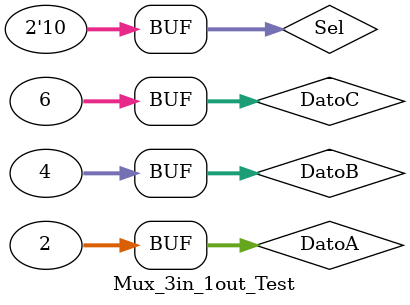
<source format=v>
`timescale 1ns / 1ps


module Mux_3in_1out_Test;

	// Inputs
	reg [31:0] DatoA;
	reg [31:0] DatoB;
	reg [31:0] DatoC;
	reg [1:0] Sel;

	// Outputs
	wire [31:0] Salida;

	// Instantiate the Unit Under Test (UUT)
	Mux_3in_1out uut (
		.DatoA(DatoA), 
		.DatoB(DatoB), 
		.DatoC(DatoC), 
		.Sel(Sel), 
		.Salida(Salida)
	);

	initial begin
		// Initialize Inputs
		DatoA = 2;
		DatoB = 4;
		DatoC = 6;
		Sel = 0;

		// Wait 100 ns for global reset to finish
		#100;
        
		// Add stimulus here
		Sel = 1;
		#100;
		Sel = 2;
	end
      
endmodule


</source>
